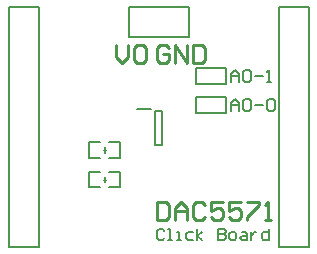
<source format=gto>
%TF.GenerationSoftware,Altium Limited,Altium Designer,23.2.1 (34)*%
G04 Layer_Color=65535*
%FSLAX45Y45*%
%MOMM*%
%TF.SameCoordinates,1935415B-2679-425B-B15E-09B645F885D3*%
%TF.FilePolarity,Positive*%
%TF.FileFunction,Legend,Top*%
%TF.Part,Single*%
G01*
G75*
%TA.AperFunction,NonConductor*%
%ADD18C,0.20000*%
%ADD19C,0.15240*%
%ADD20C,0.20320*%
%ADD21C,0.17780*%
%ADD22C,0.25400*%
%ADD23C,0.22860*%
D18*
X1056640Y-48260D02*
X1564640D01*
X1056640Y-302260D02*
Y-48260D01*
Y-302260D02*
X1564640D01*
Y-48260D01*
X1280640Y-924220D02*
X1340640D01*
Y-1214220D02*
Y-924220D01*
X1280640Y-1214220D02*
X1340640D01*
X1280640D02*
Y-924220D01*
X1125640Y-909220D02*
X1245640D01*
X294640Y-2077720D02*
Y-45720D01*
X40640Y-2077720D02*
X294640D01*
X40640D02*
Y-45720D01*
X294640D01*
X2580640Y-2077720D02*
Y-45720D01*
X2326640Y-2077720D02*
X2580640D01*
X2326640D02*
Y-45720D01*
X2580640D01*
D19*
X853440Y-1508760D02*
X861060D01*
X845820D02*
X853440D01*
Y-1531620D02*
Y-1485900D01*
Y-1257300D02*
X861060D01*
X845820D02*
X853440D01*
Y-1280160D02*
Y-1234440D01*
D20*
X891540Y-1573768D02*
X983432D01*
X891540Y-1443768D02*
X983432D01*
X723432Y-1573768D02*
X815340D01*
X723432Y-1443768D02*
X815340D01*
X723432Y-1573768D02*
Y-1443768D01*
X983432Y-1573768D02*
Y-1443768D01*
X891540Y-1322308D02*
X983432D01*
X891540Y-1192308D02*
X983432D01*
X723432Y-1322308D02*
X815340D01*
X723432Y-1192308D02*
X815340D01*
X723432Y-1322308D02*
Y-1192308D01*
X983432Y-1322308D02*
Y-1192308D01*
X1622592Y-697468D02*
X1882592D01*
Y-567468D01*
X1622592D02*
X1882592D01*
X1622592Y-697468D02*
Y-567468D01*
Y-941308D02*
X1882592D01*
Y-811308D01*
X1622592D02*
X1882592D01*
X1622592Y-941308D02*
Y-811308D01*
X1925320Y-924560D02*
Y-856849D01*
X1959176Y-822993D01*
X1993031Y-856849D01*
Y-924560D01*
Y-873777D01*
X1925320D01*
X2026887Y-839921D02*
X2043815Y-822993D01*
X2077671D01*
X2094599Y-839921D01*
Y-907632D01*
X2077671Y-924560D01*
X2043815D01*
X2026887Y-907632D01*
Y-839921D01*
X2128454Y-873777D02*
X2196166D01*
X2230022Y-839921D02*
X2246950Y-822993D01*
X2280805D01*
X2297733Y-839921D01*
Y-907632D01*
X2280805Y-924560D01*
X2246950D01*
X2230022Y-907632D01*
Y-839921D01*
X1925320Y-680720D02*
Y-613009D01*
X1959176Y-579153D01*
X1993031Y-613009D01*
Y-680720D01*
Y-629937D01*
X1925320D01*
X2026887Y-596081D02*
X2043815Y-579153D01*
X2077671D01*
X2094599Y-596081D01*
Y-663792D01*
X2077671Y-680720D01*
X2043815D01*
X2026887Y-663792D01*
Y-596081D01*
X2128454Y-629937D02*
X2196166D01*
X2230022Y-680720D02*
X2263877D01*
X2246950D01*
Y-579153D01*
X2230022Y-596081D01*
D21*
X1358880Y-1940585D02*
X1343645Y-1925349D01*
X1313175D01*
X1297940Y-1940585D01*
Y-2001525D01*
X1313175Y-2016760D01*
X1343645D01*
X1358880Y-2001525D01*
X1389351Y-2016760D02*
X1419821D01*
X1404586D01*
Y-1925349D01*
X1389351D01*
X1465526Y-2016760D02*
X1495996D01*
X1480761D01*
Y-1955820D01*
X1465526D01*
X1602641D02*
X1556936D01*
X1541701Y-1971055D01*
Y-2001525D01*
X1556936Y-2016760D01*
X1602641D01*
X1633112D02*
Y-1925349D01*
Y-1986290D02*
X1678817Y-1955820D01*
X1633112Y-1986290D02*
X1678817Y-2016760D01*
X1815933Y-1925349D02*
Y-2016760D01*
X1861638D01*
X1876873Y-2001525D01*
Y-1986290D01*
X1861638Y-1971055D01*
X1815933D01*
X1861638D01*
X1876873Y-1955820D01*
Y-1940585D01*
X1861638Y-1925349D01*
X1815933D01*
X1922579Y-2016760D02*
X1953049D01*
X1968284Y-2001525D01*
Y-1971055D01*
X1953049Y-1955820D01*
X1922579D01*
X1907343Y-1971055D01*
Y-2001525D01*
X1922579Y-2016760D01*
X2013989Y-1955820D02*
X2044459D01*
X2059694Y-1971055D01*
Y-2016760D01*
X2013989D01*
X1998754Y-2001525D01*
X2013989Y-1986290D01*
X2059694D01*
X2090164Y-1955820D02*
Y-2016760D01*
Y-1986290D01*
X2105400Y-1971055D01*
X2120635Y-1955820D01*
X2135870D01*
X2242515Y-1925349D02*
Y-2016760D01*
X2196810D01*
X2181575Y-2001525D01*
Y-1971055D01*
X2196810Y-1955820D01*
X2242515D01*
D22*
X1297940Y-1696769D02*
Y-1849120D01*
X1374115D01*
X1399507Y-1823728D01*
Y-1722161D01*
X1374115Y-1696769D01*
X1297940D01*
X1450291Y-1849120D02*
Y-1747553D01*
X1501074Y-1696769D01*
X1551858Y-1747553D01*
Y-1849120D01*
Y-1772945D01*
X1450291D01*
X1704209Y-1722161D02*
X1678817Y-1696769D01*
X1628033D01*
X1602641Y-1722161D01*
Y-1823728D01*
X1628033Y-1849120D01*
X1678817D01*
X1704209Y-1823728D01*
X1856559Y-1696769D02*
X1754992D01*
Y-1772945D01*
X1805776Y-1747553D01*
X1831168D01*
X1856559Y-1772945D01*
Y-1823728D01*
X1831168Y-1849120D01*
X1780384D01*
X1754992Y-1823728D01*
X2008910Y-1696769D02*
X1907343D01*
Y-1772945D01*
X1958126Y-1747553D01*
X1983518D01*
X2008910Y-1772945D01*
Y-1823728D01*
X1983518Y-1849120D01*
X1932735D01*
X1907343Y-1823728D01*
X2059694Y-1696769D02*
X2161261D01*
Y-1722161D01*
X2059694Y-1823728D01*
Y-1849120D01*
X2212044D02*
X2262828D01*
X2237436D01*
Y-1696769D01*
X2212044Y-1722161D01*
D23*
X1396967Y-398821D02*
X1371575Y-373429D01*
X1320792D01*
X1295400Y-398821D01*
Y-500388D01*
X1320792Y-525780D01*
X1371575D01*
X1396967Y-500388D01*
Y-449605D01*
X1346183D01*
X1447751Y-525780D02*
Y-373429D01*
X1549318Y-525780D01*
Y-373429D01*
X1600101D02*
Y-525780D01*
X1676277D01*
X1701669Y-500388D01*
Y-398821D01*
X1676277Y-373429D01*
X1600101D01*
X952500D02*
Y-474997D01*
X1003283Y-525780D01*
X1054067Y-474997D01*
Y-373429D01*
X1181026D02*
X1130243D01*
X1104851Y-398821D01*
Y-500388D01*
X1130243Y-525780D01*
X1181026D01*
X1206418Y-500388D01*
Y-398821D01*
X1181026Y-373429D01*
%TF.MD5,311228618ff6c7bc46b11217cec829c6*%
M02*

</source>
